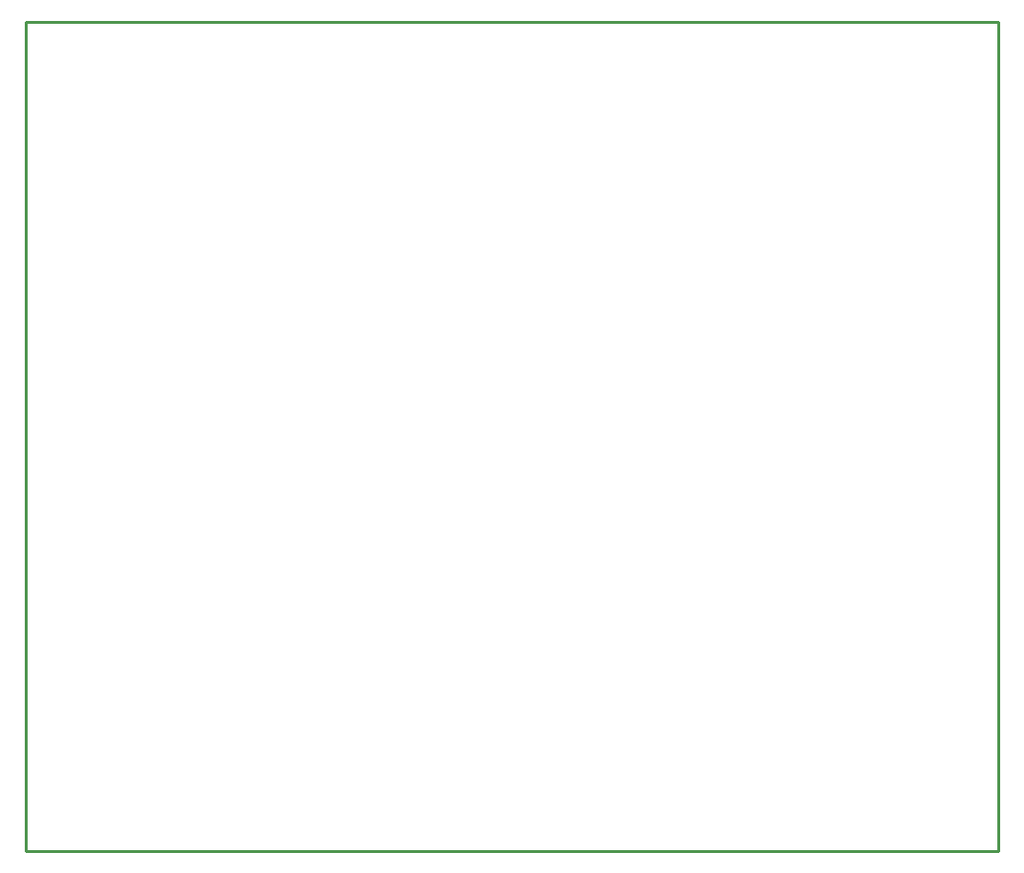
<source format=gko>
G04 Layer: BoardOutlineLayer*
G04 EasyEDA v6.5.39, 2024-06-02 20:32:35*
G04 ef2d4929fbef40f6970fe1db0f733495,10*
G04 Gerber Generator version 0.2*
G04 Scale: 100 percent, Rotated: No, Reflected: No *
G04 Dimensions in millimeters *
G04 leading zeros omitted , absolute positions ,4 integer and 5 decimal *
%FSLAX45Y45*%
%MOMM*%

%ADD10C,0.2540*%
D10*
X0Y-508000D02*
G01*
X8636000Y-508000D01*
X8636000Y-7874000D01*
X0Y-7874000D01*
X0Y-508000D01*

%LPD*%
M02*

</source>
